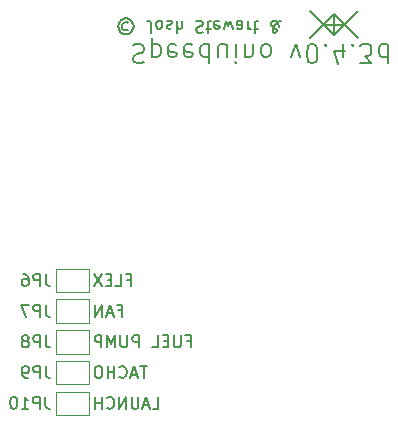
<source format=gbo>
G04 #@! TF.GenerationSoftware,KiCad,Pcbnew,7.0.9*
G04 #@! TF.CreationDate,2024-08-07T13:19:32-07:00*
G04 #@! TF.ProjectId,v0.4.3d,76302e34-2e33-4642-9e6b-696361645f70,4d*
G04 #@! TF.SameCoordinates,Original*
G04 #@! TF.FileFunction,Legend,Bot*
G04 #@! TF.FilePolarity,Positive*
%FSLAX46Y46*%
G04 Gerber Fmt 4.6, Leading zero omitted, Abs format (unit mm)*
G04 Created by KiCad (PCBNEW 7.0.9) date 2024-08-07 13:19:32*
%MOMM*%
%LPD*%
G01*
G04 APERTURE LIST*
%ADD10C,0.150000*%
%ADD11C,0.120000*%
G04 APERTURE END LIST*
D10*
X162152000Y-88646000D02*
X162152000Y-90246000D01*
X164152000Y-88392000D02*
X162152000Y-90392000D01*
X162152000Y-88646000D02*
X164152000Y-90646000D01*
X161352000Y-89574000D02*
X162952000Y-89574000D01*
X160152000Y-88392000D02*
X162152000Y-90392000D01*
X160152000Y-90646000D02*
X162152000Y-88646000D01*
X146317731Y-118454819D02*
X145746303Y-118454819D01*
X146032017Y-119454819D02*
X146032017Y-118454819D01*
X145460588Y-119169104D02*
X144984398Y-119169104D01*
X145555826Y-119454819D02*
X145222493Y-118454819D01*
X145222493Y-118454819D02*
X144889160Y-119454819D01*
X143984398Y-119359580D02*
X144032017Y-119407200D01*
X144032017Y-119407200D02*
X144174874Y-119454819D01*
X144174874Y-119454819D02*
X144270112Y-119454819D01*
X144270112Y-119454819D02*
X144412969Y-119407200D01*
X144412969Y-119407200D02*
X144508207Y-119311961D01*
X144508207Y-119311961D02*
X144555826Y-119216723D01*
X144555826Y-119216723D02*
X144603445Y-119026247D01*
X144603445Y-119026247D02*
X144603445Y-118883390D01*
X144603445Y-118883390D02*
X144555826Y-118692914D01*
X144555826Y-118692914D02*
X144508207Y-118597676D01*
X144508207Y-118597676D02*
X144412969Y-118502438D01*
X144412969Y-118502438D02*
X144270112Y-118454819D01*
X144270112Y-118454819D02*
X144174874Y-118454819D01*
X144174874Y-118454819D02*
X144032017Y-118502438D01*
X144032017Y-118502438D02*
X143984398Y-118550057D01*
X143555826Y-119454819D02*
X143555826Y-118454819D01*
X143555826Y-118931009D02*
X142984398Y-118931009D01*
X142984398Y-119454819D02*
X142984398Y-118454819D01*
X142317731Y-118454819D02*
X142127255Y-118454819D01*
X142127255Y-118454819D02*
X142032017Y-118502438D01*
X142032017Y-118502438D02*
X141936779Y-118597676D01*
X141936779Y-118597676D02*
X141889160Y-118788152D01*
X141889160Y-118788152D02*
X141889160Y-119121485D01*
X141889160Y-119121485D02*
X141936779Y-119311961D01*
X141936779Y-119311961D02*
X142032017Y-119407200D01*
X142032017Y-119407200D02*
X142127255Y-119454819D01*
X142127255Y-119454819D02*
X142317731Y-119454819D01*
X142317731Y-119454819D02*
X142412969Y-119407200D01*
X142412969Y-119407200D02*
X142508207Y-119311961D01*
X142508207Y-119311961D02*
X142555826Y-119121485D01*
X142555826Y-119121485D02*
X142555826Y-118788152D01*
X142555826Y-118788152D02*
X142508207Y-118597676D01*
X142508207Y-118597676D02*
X142412969Y-118502438D01*
X142412969Y-118502438D02*
X142317731Y-118454819D01*
X149698684Y-116331009D02*
X150032017Y-116331009D01*
X150032017Y-116854819D02*
X150032017Y-115854819D01*
X150032017Y-115854819D02*
X149555827Y-115854819D01*
X149174874Y-115854819D02*
X149174874Y-116664342D01*
X149174874Y-116664342D02*
X149127255Y-116759580D01*
X149127255Y-116759580D02*
X149079636Y-116807200D01*
X149079636Y-116807200D02*
X148984398Y-116854819D01*
X148984398Y-116854819D02*
X148793922Y-116854819D01*
X148793922Y-116854819D02*
X148698684Y-116807200D01*
X148698684Y-116807200D02*
X148651065Y-116759580D01*
X148651065Y-116759580D02*
X148603446Y-116664342D01*
X148603446Y-116664342D02*
X148603446Y-115854819D01*
X148127255Y-116331009D02*
X147793922Y-116331009D01*
X147651065Y-116854819D02*
X148127255Y-116854819D01*
X148127255Y-116854819D02*
X148127255Y-115854819D01*
X148127255Y-115854819D02*
X147651065Y-115854819D01*
X146746303Y-116854819D02*
X147222493Y-116854819D01*
X147222493Y-116854819D02*
X147222493Y-115854819D01*
X145651064Y-116854819D02*
X145651064Y-115854819D01*
X145651064Y-115854819D02*
X145270112Y-115854819D01*
X145270112Y-115854819D02*
X145174874Y-115902438D01*
X145174874Y-115902438D02*
X145127255Y-115950057D01*
X145127255Y-115950057D02*
X145079636Y-116045295D01*
X145079636Y-116045295D02*
X145079636Y-116188152D01*
X145079636Y-116188152D02*
X145127255Y-116283390D01*
X145127255Y-116283390D02*
X145174874Y-116331009D01*
X145174874Y-116331009D02*
X145270112Y-116378628D01*
X145270112Y-116378628D02*
X145651064Y-116378628D01*
X144651064Y-115854819D02*
X144651064Y-116664342D01*
X144651064Y-116664342D02*
X144603445Y-116759580D01*
X144603445Y-116759580D02*
X144555826Y-116807200D01*
X144555826Y-116807200D02*
X144460588Y-116854819D01*
X144460588Y-116854819D02*
X144270112Y-116854819D01*
X144270112Y-116854819D02*
X144174874Y-116807200D01*
X144174874Y-116807200D02*
X144127255Y-116759580D01*
X144127255Y-116759580D02*
X144079636Y-116664342D01*
X144079636Y-116664342D02*
X144079636Y-115854819D01*
X143603445Y-116854819D02*
X143603445Y-115854819D01*
X143603445Y-115854819D02*
X143270112Y-116569104D01*
X143270112Y-116569104D02*
X142936779Y-115854819D01*
X142936779Y-115854819D02*
X142936779Y-116854819D01*
X142460588Y-116854819D02*
X142460588Y-115854819D01*
X142460588Y-115854819D02*
X142079636Y-115854819D01*
X142079636Y-115854819D02*
X141984398Y-115902438D01*
X141984398Y-115902438D02*
X141936779Y-115950057D01*
X141936779Y-115950057D02*
X141889160Y-116045295D01*
X141889160Y-116045295D02*
X141889160Y-116188152D01*
X141889160Y-116188152D02*
X141936779Y-116283390D01*
X141936779Y-116283390D02*
X141984398Y-116331009D01*
X141984398Y-116331009D02*
X142079636Y-116378628D01*
X142079636Y-116378628D02*
X142460588Y-116378628D01*
X143889160Y-113731009D02*
X144222493Y-113731009D01*
X144222493Y-114254819D02*
X144222493Y-113254819D01*
X144222493Y-113254819D02*
X143746303Y-113254819D01*
X143412969Y-113969104D02*
X142936779Y-113969104D01*
X143508207Y-114254819D02*
X143174874Y-113254819D01*
X143174874Y-113254819D02*
X142841541Y-114254819D01*
X142508207Y-114254819D02*
X142508207Y-113254819D01*
X142508207Y-113254819D02*
X141936779Y-114254819D01*
X141936779Y-114254819D02*
X141936779Y-113254819D01*
X144651065Y-111131009D02*
X144984398Y-111131009D01*
X144984398Y-111654819D02*
X144984398Y-110654819D01*
X144984398Y-110654819D02*
X144508208Y-110654819D01*
X143651065Y-111654819D02*
X144127255Y-111654819D01*
X144127255Y-111654819D02*
X144127255Y-110654819D01*
X143317731Y-111131009D02*
X142984398Y-111131009D01*
X142841541Y-111654819D02*
X143317731Y-111654819D01*
X143317731Y-111654819D02*
X143317731Y-110654819D01*
X143317731Y-110654819D02*
X142841541Y-110654819D01*
X142508207Y-110654819D02*
X141841541Y-111654819D01*
X141841541Y-110654819D02*
X142508207Y-111654819D01*
X144725237Y-89969085D02*
X144629998Y-90016704D01*
X144629998Y-90016704D02*
X144439522Y-90016704D01*
X144439522Y-90016704D02*
X144344284Y-89969085D01*
X144344284Y-89969085D02*
X144249046Y-89873847D01*
X144249046Y-89873847D02*
X144201427Y-89778609D01*
X144201427Y-89778609D02*
X144201427Y-89588133D01*
X144201427Y-89588133D02*
X144249046Y-89492895D01*
X144249046Y-89492895D02*
X144344284Y-89397657D01*
X144344284Y-89397657D02*
X144439522Y-89350038D01*
X144439522Y-89350038D02*
X144629998Y-89350038D01*
X144629998Y-89350038D02*
X144725237Y-89397657D01*
X144534760Y-90350038D02*
X144296665Y-90302419D01*
X144296665Y-90302419D02*
X144058570Y-90159561D01*
X144058570Y-90159561D02*
X143915713Y-89921466D01*
X143915713Y-89921466D02*
X143868094Y-89683371D01*
X143868094Y-89683371D02*
X143915713Y-89445276D01*
X143915713Y-89445276D02*
X144058570Y-89207180D01*
X144058570Y-89207180D02*
X144296665Y-89064323D01*
X144296665Y-89064323D02*
X144534760Y-89016704D01*
X144534760Y-89016704D02*
X144772856Y-89064323D01*
X144772856Y-89064323D02*
X145010951Y-89207180D01*
X145010951Y-89207180D02*
X145153808Y-89445276D01*
X145153808Y-89445276D02*
X145201427Y-89683371D01*
X145201427Y-89683371D02*
X145153808Y-89921466D01*
X145153808Y-89921466D02*
X145010951Y-90159561D01*
X145010951Y-90159561D02*
X144772856Y-90302419D01*
X144772856Y-90302419D02*
X144534760Y-90350038D01*
X146677618Y-90207180D02*
X146677618Y-89492895D01*
X146677618Y-89492895D02*
X146629999Y-89350038D01*
X146629999Y-89350038D02*
X146534761Y-89254800D01*
X146534761Y-89254800D02*
X146391904Y-89207180D01*
X146391904Y-89207180D02*
X146296666Y-89207180D01*
X147296666Y-89207180D02*
X147201428Y-89254800D01*
X147201428Y-89254800D02*
X147153809Y-89302419D01*
X147153809Y-89302419D02*
X147106190Y-89397657D01*
X147106190Y-89397657D02*
X147106190Y-89683371D01*
X147106190Y-89683371D02*
X147153809Y-89778609D01*
X147153809Y-89778609D02*
X147201428Y-89826228D01*
X147201428Y-89826228D02*
X147296666Y-89873847D01*
X147296666Y-89873847D02*
X147439523Y-89873847D01*
X147439523Y-89873847D02*
X147534761Y-89826228D01*
X147534761Y-89826228D02*
X147582380Y-89778609D01*
X147582380Y-89778609D02*
X147629999Y-89683371D01*
X147629999Y-89683371D02*
X147629999Y-89397657D01*
X147629999Y-89397657D02*
X147582380Y-89302419D01*
X147582380Y-89302419D02*
X147534761Y-89254800D01*
X147534761Y-89254800D02*
X147439523Y-89207180D01*
X147439523Y-89207180D02*
X147296666Y-89207180D01*
X148010952Y-89254800D02*
X148106190Y-89207180D01*
X148106190Y-89207180D02*
X148296666Y-89207180D01*
X148296666Y-89207180D02*
X148391904Y-89254800D01*
X148391904Y-89254800D02*
X148439523Y-89350038D01*
X148439523Y-89350038D02*
X148439523Y-89397657D01*
X148439523Y-89397657D02*
X148391904Y-89492895D01*
X148391904Y-89492895D02*
X148296666Y-89540514D01*
X148296666Y-89540514D02*
X148153809Y-89540514D01*
X148153809Y-89540514D02*
X148058571Y-89588133D01*
X148058571Y-89588133D02*
X148010952Y-89683371D01*
X148010952Y-89683371D02*
X148010952Y-89730990D01*
X148010952Y-89730990D02*
X148058571Y-89826228D01*
X148058571Y-89826228D02*
X148153809Y-89873847D01*
X148153809Y-89873847D02*
X148296666Y-89873847D01*
X148296666Y-89873847D02*
X148391904Y-89826228D01*
X148868095Y-89207180D02*
X148868095Y-90207180D01*
X149296666Y-89207180D02*
X149296666Y-89730990D01*
X149296666Y-89730990D02*
X149249047Y-89826228D01*
X149249047Y-89826228D02*
X149153809Y-89873847D01*
X149153809Y-89873847D02*
X149010952Y-89873847D01*
X149010952Y-89873847D02*
X148915714Y-89826228D01*
X148915714Y-89826228D02*
X148868095Y-89778609D01*
X150487143Y-89254800D02*
X150630000Y-89207180D01*
X150630000Y-89207180D02*
X150868095Y-89207180D01*
X150868095Y-89207180D02*
X150963333Y-89254800D01*
X150963333Y-89254800D02*
X151010952Y-89302419D01*
X151010952Y-89302419D02*
X151058571Y-89397657D01*
X151058571Y-89397657D02*
X151058571Y-89492895D01*
X151058571Y-89492895D02*
X151010952Y-89588133D01*
X151010952Y-89588133D02*
X150963333Y-89635752D01*
X150963333Y-89635752D02*
X150868095Y-89683371D01*
X150868095Y-89683371D02*
X150677619Y-89730990D01*
X150677619Y-89730990D02*
X150582381Y-89778609D01*
X150582381Y-89778609D02*
X150534762Y-89826228D01*
X150534762Y-89826228D02*
X150487143Y-89921466D01*
X150487143Y-89921466D02*
X150487143Y-90016704D01*
X150487143Y-90016704D02*
X150534762Y-90111942D01*
X150534762Y-90111942D02*
X150582381Y-90159561D01*
X150582381Y-90159561D02*
X150677619Y-90207180D01*
X150677619Y-90207180D02*
X150915714Y-90207180D01*
X150915714Y-90207180D02*
X151058571Y-90159561D01*
X151344286Y-89873847D02*
X151725238Y-89873847D01*
X151487143Y-90207180D02*
X151487143Y-89350038D01*
X151487143Y-89350038D02*
X151534762Y-89254800D01*
X151534762Y-89254800D02*
X151630000Y-89207180D01*
X151630000Y-89207180D02*
X151725238Y-89207180D01*
X152439524Y-89254800D02*
X152344286Y-89207180D01*
X152344286Y-89207180D02*
X152153810Y-89207180D01*
X152153810Y-89207180D02*
X152058572Y-89254800D01*
X152058572Y-89254800D02*
X152010953Y-89350038D01*
X152010953Y-89350038D02*
X152010953Y-89730990D01*
X152010953Y-89730990D02*
X152058572Y-89826228D01*
X152058572Y-89826228D02*
X152153810Y-89873847D01*
X152153810Y-89873847D02*
X152344286Y-89873847D01*
X152344286Y-89873847D02*
X152439524Y-89826228D01*
X152439524Y-89826228D02*
X152487143Y-89730990D01*
X152487143Y-89730990D02*
X152487143Y-89635752D01*
X152487143Y-89635752D02*
X152010953Y-89540514D01*
X152820477Y-89873847D02*
X153010953Y-89207180D01*
X153010953Y-89207180D02*
X153201429Y-89683371D01*
X153201429Y-89683371D02*
X153391905Y-89207180D01*
X153391905Y-89207180D02*
X153582381Y-89873847D01*
X154391905Y-89207180D02*
X154391905Y-89730990D01*
X154391905Y-89730990D02*
X154344286Y-89826228D01*
X154344286Y-89826228D02*
X154249048Y-89873847D01*
X154249048Y-89873847D02*
X154058572Y-89873847D01*
X154058572Y-89873847D02*
X153963334Y-89826228D01*
X154391905Y-89254800D02*
X154296667Y-89207180D01*
X154296667Y-89207180D02*
X154058572Y-89207180D01*
X154058572Y-89207180D02*
X153963334Y-89254800D01*
X153963334Y-89254800D02*
X153915715Y-89350038D01*
X153915715Y-89350038D02*
X153915715Y-89445276D01*
X153915715Y-89445276D02*
X153963334Y-89540514D01*
X153963334Y-89540514D02*
X154058572Y-89588133D01*
X154058572Y-89588133D02*
X154296667Y-89588133D01*
X154296667Y-89588133D02*
X154391905Y-89635752D01*
X154868096Y-89207180D02*
X154868096Y-89873847D01*
X154868096Y-89683371D02*
X154915715Y-89778609D01*
X154915715Y-89778609D02*
X154963334Y-89826228D01*
X154963334Y-89826228D02*
X155058572Y-89873847D01*
X155058572Y-89873847D02*
X155153810Y-89873847D01*
X155344287Y-89873847D02*
X155725239Y-89873847D01*
X155487144Y-90207180D02*
X155487144Y-89350038D01*
X155487144Y-89350038D02*
X155534763Y-89254800D01*
X155534763Y-89254800D02*
X155630001Y-89207180D01*
X155630001Y-89207180D02*
X155725239Y-89207180D01*
X157630002Y-89207180D02*
X157582383Y-89207180D01*
X157582383Y-89207180D02*
X157487144Y-89254800D01*
X157487144Y-89254800D02*
X157344287Y-89397657D01*
X157344287Y-89397657D02*
X157106192Y-89683371D01*
X157106192Y-89683371D02*
X157010954Y-89826228D01*
X157010954Y-89826228D02*
X156963335Y-89969085D01*
X156963335Y-89969085D02*
X156963335Y-90064323D01*
X156963335Y-90064323D02*
X157010954Y-90159561D01*
X157010954Y-90159561D02*
X157106192Y-90207180D01*
X157106192Y-90207180D02*
X157153811Y-90207180D01*
X157153811Y-90207180D02*
X157249049Y-90159561D01*
X157249049Y-90159561D02*
X157296668Y-90064323D01*
X157296668Y-90064323D02*
X157296668Y-90016704D01*
X157296668Y-90016704D02*
X157249049Y-89921466D01*
X157249049Y-89921466D02*
X157201430Y-89873847D01*
X157201430Y-89873847D02*
X156915716Y-89683371D01*
X156915716Y-89683371D02*
X156868097Y-89635752D01*
X156868097Y-89635752D02*
X156820478Y-89540514D01*
X156820478Y-89540514D02*
X156820478Y-89397657D01*
X156820478Y-89397657D02*
X156868097Y-89302419D01*
X156868097Y-89302419D02*
X156915716Y-89254800D01*
X156915716Y-89254800D02*
X157010954Y-89207180D01*
X157010954Y-89207180D02*
X157153811Y-89207180D01*
X157153811Y-89207180D02*
X157249049Y-89254800D01*
X157249049Y-89254800D02*
X157296668Y-89302419D01*
X157296668Y-89302419D02*
X157439525Y-89492895D01*
X157439525Y-89492895D02*
X157487144Y-89635752D01*
X157487144Y-89635752D02*
X157487144Y-89730990D01*
X146793922Y-122054819D02*
X147270112Y-122054819D01*
X147270112Y-122054819D02*
X147270112Y-121054819D01*
X146508207Y-121769104D02*
X146032017Y-121769104D01*
X146603445Y-122054819D02*
X146270112Y-121054819D01*
X146270112Y-121054819D02*
X145936779Y-122054819D01*
X145603445Y-121054819D02*
X145603445Y-121864342D01*
X145603445Y-121864342D02*
X145555826Y-121959580D01*
X145555826Y-121959580D02*
X145508207Y-122007200D01*
X145508207Y-122007200D02*
X145412969Y-122054819D01*
X145412969Y-122054819D02*
X145222493Y-122054819D01*
X145222493Y-122054819D02*
X145127255Y-122007200D01*
X145127255Y-122007200D02*
X145079636Y-121959580D01*
X145079636Y-121959580D02*
X145032017Y-121864342D01*
X145032017Y-121864342D02*
X145032017Y-121054819D01*
X144555826Y-122054819D02*
X144555826Y-121054819D01*
X144555826Y-121054819D02*
X143984398Y-122054819D01*
X143984398Y-122054819D02*
X143984398Y-121054819D01*
X142936779Y-121959580D02*
X142984398Y-122007200D01*
X142984398Y-122007200D02*
X143127255Y-122054819D01*
X143127255Y-122054819D02*
X143222493Y-122054819D01*
X143222493Y-122054819D02*
X143365350Y-122007200D01*
X143365350Y-122007200D02*
X143460588Y-121911961D01*
X143460588Y-121911961D02*
X143508207Y-121816723D01*
X143508207Y-121816723D02*
X143555826Y-121626247D01*
X143555826Y-121626247D02*
X143555826Y-121483390D01*
X143555826Y-121483390D02*
X143508207Y-121292914D01*
X143508207Y-121292914D02*
X143460588Y-121197676D01*
X143460588Y-121197676D02*
X143365350Y-121102438D01*
X143365350Y-121102438D02*
X143222493Y-121054819D01*
X143222493Y-121054819D02*
X143127255Y-121054819D01*
X143127255Y-121054819D02*
X142984398Y-121102438D01*
X142984398Y-121102438D02*
X142936779Y-121150057D01*
X142508207Y-122054819D02*
X142508207Y-121054819D01*
X142508207Y-121531009D02*
X141936779Y-121531009D01*
X141936779Y-122054819D02*
X141936779Y-121054819D01*
X145136950Y-91291800D02*
X145365522Y-91215609D01*
X145365522Y-91215609D02*
X145746474Y-91215609D01*
X145746474Y-91215609D02*
X145898855Y-91291800D01*
X145898855Y-91291800D02*
X145975046Y-91367990D01*
X145975046Y-91367990D02*
X146051236Y-91520371D01*
X146051236Y-91520371D02*
X146051236Y-91672752D01*
X146051236Y-91672752D02*
X145975046Y-91825133D01*
X145975046Y-91825133D02*
X145898855Y-91901323D01*
X145898855Y-91901323D02*
X145746474Y-91977514D01*
X145746474Y-91977514D02*
X145441712Y-92053704D01*
X145441712Y-92053704D02*
X145289331Y-92129895D01*
X145289331Y-92129895D02*
X145213141Y-92206085D01*
X145213141Y-92206085D02*
X145136950Y-92358466D01*
X145136950Y-92358466D02*
X145136950Y-92510847D01*
X145136950Y-92510847D02*
X145213141Y-92663228D01*
X145213141Y-92663228D02*
X145289331Y-92739419D01*
X145289331Y-92739419D02*
X145441712Y-92815609D01*
X145441712Y-92815609D02*
X145822665Y-92815609D01*
X145822665Y-92815609D02*
X146051236Y-92739419D01*
X146736951Y-92282276D02*
X146736951Y-90682276D01*
X146736951Y-92206085D02*
X146889332Y-92282276D01*
X146889332Y-92282276D02*
X147194094Y-92282276D01*
X147194094Y-92282276D02*
X147346475Y-92206085D01*
X147346475Y-92206085D02*
X147422665Y-92129895D01*
X147422665Y-92129895D02*
X147498856Y-91977514D01*
X147498856Y-91977514D02*
X147498856Y-91520371D01*
X147498856Y-91520371D02*
X147422665Y-91367990D01*
X147422665Y-91367990D02*
X147346475Y-91291800D01*
X147346475Y-91291800D02*
X147194094Y-91215609D01*
X147194094Y-91215609D02*
X146889332Y-91215609D01*
X146889332Y-91215609D02*
X146736951Y-91291800D01*
X148794094Y-91291800D02*
X148641713Y-91215609D01*
X148641713Y-91215609D02*
X148336951Y-91215609D01*
X148336951Y-91215609D02*
X148184570Y-91291800D01*
X148184570Y-91291800D02*
X148108379Y-91444180D01*
X148108379Y-91444180D02*
X148108379Y-92053704D01*
X148108379Y-92053704D02*
X148184570Y-92206085D01*
X148184570Y-92206085D02*
X148336951Y-92282276D01*
X148336951Y-92282276D02*
X148641713Y-92282276D01*
X148641713Y-92282276D02*
X148794094Y-92206085D01*
X148794094Y-92206085D02*
X148870284Y-92053704D01*
X148870284Y-92053704D02*
X148870284Y-91901323D01*
X148870284Y-91901323D02*
X148108379Y-91748942D01*
X150165523Y-91291800D02*
X150013142Y-91215609D01*
X150013142Y-91215609D02*
X149708380Y-91215609D01*
X149708380Y-91215609D02*
X149555999Y-91291800D01*
X149555999Y-91291800D02*
X149479808Y-91444180D01*
X149479808Y-91444180D02*
X149479808Y-92053704D01*
X149479808Y-92053704D02*
X149555999Y-92206085D01*
X149555999Y-92206085D02*
X149708380Y-92282276D01*
X149708380Y-92282276D02*
X150013142Y-92282276D01*
X150013142Y-92282276D02*
X150165523Y-92206085D01*
X150165523Y-92206085D02*
X150241713Y-92053704D01*
X150241713Y-92053704D02*
X150241713Y-91901323D01*
X150241713Y-91901323D02*
X149479808Y-91748942D01*
X151613142Y-91215609D02*
X151613142Y-92815609D01*
X151613142Y-91291800D02*
X151460761Y-91215609D01*
X151460761Y-91215609D02*
X151155999Y-91215609D01*
X151155999Y-91215609D02*
X151003618Y-91291800D01*
X151003618Y-91291800D02*
X150927428Y-91367990D01*
X150927428Y-91367990D02*
X150851237Y-91520371D01*
X150851237Y-91520371D02*
X150851237Y-91977514D01*
X150851237Y-91977514D02*
X150927428Y-92129895D01*
X150927428Y-92129895D02*
X151003618Y-92206085D01*
X151003618Y-92206085D02*
X151155999Y-92282276D01*
X151155999Y-92282276D02*
X151460761Y-92282276D01*
X151460761Y-92282276D02*
X151613142Y-92206085D01*
X153060761Y-92282276D02*
X153060761Y-91215609D01*
X152375047Y-92282276D02*
X152375047Y-91444180D01*
X152375047Y-91444180D02*
X152451237Y-91291800D01*
X152451237Y-91291800D02*
X152603618Y-91215609D01*
X152603618Y-91215609D02*
X152832190Y-91215609D01*
X152832190Y-91215609D02*
X152984571Y-91291800D01*
X152984571Y-91291800D02*
X153060761Y-91367990D01*
X153822666Y-91215609D02*
X153822666Y-92282276D01*
X153822666Y-92815609D02*
X153746475Y-92739419D01*
X153746475Y-92739419D02*
X153822666Y-92663228D01*
X153822666Y-92663228D02*
X153898856Y-92739419D01*
X153898856Y-92739419D02*
X153822666Y-92815609D01*
X153822666Y-92815609D02*
X153822666Y-92663228D01*
X154584571Y-92282276D02*
X154584571Y-91215609D01*
X154584571Y-92129895D02*
X154660761Y-92206085D01*
X154660761Y-92206085D02*
X154813142Y-92282276D01*
X154813142Y-92282276D02*
X155041714Y-92282276D01*
X155041714Y-92282276D02*
X155194095Y-92206085D01*
X155194095Y-92206085D02*
X155270285Y-92053704D01*
X155270285Y-92053704D02*
X155270285Y-91215609D01*
X156260761Y-91215609D02*
X156108380Y-91291800D01*
X156108380Y-91291800D02*
X156032190Y-91367990D01*
X156032190Y-91367990D02*
X155955999Y-91520371D01*
X155955999Y-91520371D02*
X155955999Y-91977514D01*
X155955999Y-91977514D02*
X156032190Y-92129895D01*
X156032190Y-92129895D02*
X156108380Y-92206085D01*
X156108380Y-92206085D02*
X156260761Y-92282276D01*
X156260761Y-92282276D02*
X156489333Y-92282276D01*
X156489333Y-92282276D02*
X156641714Y-92206085D01*
X156641714Y-92206085D02*
X156717904Y-92129895D01*
X156717904Y-92129895D02*
X156794095Y-91977514D01*
X156794095Y-91977514D02*
X156794095Y-91520371D01*
X156794095Y-91520371D02*
X156717904Y-91367990D01*
X156717904Y-91367990D02*
X156641714Y-91291800D01*
X156641714Y-91291800D02*
X156489333Y-91215609D01*
X156489333Y-91215609D02*
X156260761Y-91215609D01*
X158546476Y-92282276D02*
X158927428Y-91215609D01*
X158927428Y-91215609D02*
X159308381Y-92282276D01*
X160222667Y-92815609D02*
X160375048Y-92815609D01*
X160375048Y-92815609D02*
X160527429Y-92739419D01*
X160527429Y-92739419D02*
X160603619Y-92663228D01*
X160603619Y-92663228D02*
X160679810Y-92510847D01*
X160679810Y-92510847D02*
X160756000Y-92206085D01*
X160756000Y-92206085D02*
X160756000Y-91825133D01*
X160756000Y-91825133D02*
X160679810Y-91520371D01*
X160679810Y-91520371D02*
X160603619Y-91367990D01*
X160603619Y-91367990D02*
X160527429Y-91291800D01*
X160527429Y-91291800D02*
X160375048Y-91215609D01*
X160375048Y-91215609D02*
X160222667Y-91215609D01*
X160222667Y-91215609D02*
X160070286Y-91291800D01*
X160070286Y-91291800D02*
X159994095Y-91367990D01*
X159994095Y-91367990D02*
X159917905Y-91520371D01*
X159917905Y-91520371D02*
X159841714Y-91825133D01*
X159841714Y-91825133D02*
X159841714Y-92206085D01*
X159841714Y-92206085D02*
X159917905Y-92510847D01*
X159917905Y-92510847D02*
X159994095Y-92663228D01*
X159994095Y-92663228D02*
X160070286Y-92739419D01*
X160070286Y-92739419D02*
X160222667Y-92815609D01*
X161441715Y-91367990D02*
X161517905Y-91291800D01*
X161517905Y-91291800D02*
X161441715Y-91215609D01*
X161441715Y-91215609D02*
X161365524Y-91291800D01*
X161365524Y-91291800D02*
X161441715Y-91367990D01*
X161441715Y-91367990D02*
X161441715Y-91215609D01*
X162889334Y-92282276D02*
X162889334Y-91215609D01*
X162508382Y-92891800D02*
X162127429Y-91748942D01*
X162127429Y-91748942D02*
X163117906Y-91748942D01*
X163727430Y-91367990D02*
X163803620Y-91291800D01*
X163803620Y-91291800D02*
X163727430Y-91215609D01*
X163727430Y-91215609D02*
X163651239Y-91291800D01*
X163651239Y-91291800D02*
X163727430Y-91367990D01*
X163727430Y-91367990D02*
X163727430Y-91215609D01*
X164336954Y-92815609D02*
X165327430Y-92815609D01*
X165327430Y-92815609D02*
X164794097Y-92206085D01*
X164794097Y-92206085D02*
X165022668Y-92206085D01*
X165022668Y-92206085D02*
X165175049Y-92129895D01*
X165175049Y-92129895D02*
X165251240Y-92053704D01*
X165251240Y-92053704D02*
X165327430Y-91901323D01*
X165327430Y-91901323D02*
X165327430Y-91520371D01*
X165327430Y-91520371D02*
X165251240Y-91367990D01*
X165251240Y-91367990D02*
X165175049Y-91291800D01*
X165175049Y-91291800D02*
X165022668Y-91215609D01*
X165022668Y-91215609D02*
X164565525Y-91215609D01*
X164565525Y-91215609D02*
X164413144Y-91291800D01*
X164413144Y-91291800D02*
X164336954Y-91367990D01*
X166698859Y-91215609D02*
X166698859Y-92815609D01*
X166698859Y-91291800D02*
X166546478Y-91215609D01*
X166546478Y-91215609D02*
X166241716Y-91215609D01*
X166241716Y-91215609D02*
X166089335Y-91291800D01*
X166089335Y-91291800D02*
X166013145Y-91367990D01*
X166013145Y-91367990D02*
X165936954Y-91520371D01*
X165936954Y-91520371D02*
X165936954Y-91977514D01*
X165936954Y-91977514D02*
X166013145Y-92129895D01*
X166013145Y-92129895D02*
X166089335Y-92206085D01*
X166089335Y-92206085D02*
X166241716Y-92282276D01*
X166241716Y-92282276D02*
X166546478Y-92282276D01*
X166546478Y-92282276D02*
X166698859Y-92206085D01*
X137733333Y-115854819D02*
X137733333Y-116569104D01*
X137733333Y-116569104D02*
X137780952Y-116711961D01*
X137780952Y-116711961D02*
X137876190Y-116807200D01*
X137876190Y-116807200D02*
X138019047Y-116854819D01*
X138019047Y-116854819D02*
X138114285Y-116854819D01*
X137257142Y-116854819D02*
X137257142Y-115854819D01*
X137257142Y-115854819D02*
X136876190Y-115854819D01*
X136876190Y-115854819D02*
X136780952Y-115902438D01*
X136780952Y-115902438D02*
X136733333Y-115950057D01*
X136733333Y-115950057D02*
X136685714Y-116045295D01*
X136685714Y-116045295D02*
X136685714Y-116188152D01*
X136685714Y-116188152D02*
X136733333Y-116283390D01*
X136733333Y-116283390D02*
X136780952Y-116331009D01*
X136780952Y-116331009D02*
X136876190Y-116378628D01*
X136876190Y-116378628D02*
X137257142Y-116378628D01*
X136114285Y-116283390D02*
X136209523Y-116235771D01*
X136209523Y-116235771D02*
X136257142Y-116188152D01*
X136257142Y-116188152D02*
X136304761Y-116092914D01*
X136304761Y-116092914D02*
X136304761Y-116045295D01*
X136304761Y-116045295D02*
X136257142Y-115950057D01*
X136257142Y-115950057D02*
X136209523Y-115902438D01*
X136209523Y-115902438D02*
X136114285Y-115854819D01*
X136114285Y-115854819D02*
X135923809Y-115854819D01*
X135923809Y-115854819D02*
X135828571Y-115902438D01*
X135828571Y-115902438D02*
X135780952Y-115950057D01*
X135780952Y-115950057D02*
X135733333Y-116045295D01*
X135733333Y-116045295D02*
X135733333Y-116092914D01*
X135733333Y-116092914D02*
X135780952Y-116188152D01*
X135780952Y-116188152D02*
X135828571Y-116235771D01*
X135828571Y-116235771D02*
X135923809Y-116283390D01*
X135923809Y-116283390D02*
X136114285Y-116283390D01*
X136114285Y-116283390D02*
X136209523Y-116331009D01*
X136209523Y-116331009D02*
X136257142Y-116378628D01*
X136257142Y-116378628D02*
X136304761Y-116473866D01*
X136304761Y-116473866D02*
X136304761Y-116664342D01*
X136304761Y-116664342D02*
X136257142Y-116759580D01*
X136257142Y-116759580D02*
X136209523Y-116807200D01*
X136209523Y-116807200D02*
X136114285Y-116854819D01*
X136114285Y-116854819D02*
X135923809Y-116854819D01*
X135923809Y-116854819D02*
X135828571Y-116807200D01*
X135828571Y-116807200D02*
X135780952Y-116759580D01*
X135780952Y-116759580D02*
X135733333Y-116664342D01*
X135733333Y-116664342D02*
X135733333Y-116473866D01*
X135733333Y-116473866D02*
X135780952Y-116378628D01*
X135780952Y-116378628D02*
X135828571Y-116331009D01*
X135828571Y-116331009D02*
X135923809Y-116283390D01*
X137733333Y-110654819D02*
X137733333Y-111369104D01*
X137733333Y-111369104D02*
X137780952Y-111511961D01*
X137780952Y-111511961D02*
X137876190Y-111607200D01*
X137876190Y-111607200D02*
X138019047Y-111654819D01*
X138019047Y-111654819D02*
X138114285Y-111654819D01*
X137257142Y-111654819D02*
X137257142Y-110654819D01*
X137257142Y-110654819D02*
X136876190Y-110654819D01*
X136876190Y-110654819D02*
X136780952Y-110702438D01*
X136780952Y-110702438D02*
X136733333Y-110750057D01*
X136733333Y-110750057D02*
X136685714Y-110845295D01*
X136685714Y-110845295D02*
X136685714Y-110988152D01*
X136685714Y-110988152D02*
X136733333Y-111083390D01*
X136733333Y-111083390D02*
X136780952Y-111131009D01*
X136780952Y-111131009D02*
X136876190Y-111178628D01*
X136876190Y-111178628D02*
X137257142Y-111178628D01*
X135828571Y-110654819D02*
X136019047Y-110654819D01*
X136019047Y-110654819D02*
X136114285Y-110702438D01*
X136114285Y-110702438D02*
X136161904Y-110750057D01*
X136161904Y-110750057D02*
X136257142Y-110892914D01*
X136257142Y-110892914D02*
X136304761Y-111083390D01*
X136304761Y-111083390D02*
X136304761Y-111464342D01*
X136304761Y-111464342D02*
X136257142Y-111559580D01*
X136257142Y-111559580D02*
X136209523Y-111607200D01*
X136209523Y-111607200D02*
X136114285Y-111654819D01*
X136114285Y-111654819D02*
X135923809Y-111654819D01*
X135923809Y-111654819D02*
X135828571Y-111607200D01*
X135828571Y-111607200D02*
X135780952Y-111559580D01*
X135780952Y-111559580D02*
X135733333Y-111464342D01*
X135733333Y-111464342D02*
X135733333Y-111226247D01*
X135733333Y-111226247D02*
X135780952Y-111131009D01*
X135780952Y-111131009D02*
X135828571Y-111083390D01*
X135828571Y-111083390D02*
X135923809Y-111035771D01*
X135923809Y-111035771D02*
X136114285Y-111035771D01*
X136114285Y-111035771D02*
X136209523Y-111083390D01*
X136209523Y-111083390D02*
X136257142Y-111131009D01*
X136257142Y-111131009D02*
X136304761Y-111226247D01*
X137733333Y-113254819D02*
X137733333Y-113969104D01*
X137733333Y-113969104D02*
X137780952Y-114111961D01*
X137780952Y-114111961D02*
X137876190Y-114207200D01*
X137876190Y-114207200D02*
X138019047Y-114254819D01*
X138019047Y-114254819D02*
X138114285Y-114254819D01*
X137257142Y-114254819D02*
X137257142Y-113254819D01*
X137257142Y-113254819D02*
X136876190Y-113254819D01*
X136876190Y-113254819D02*
X136780952Y-113302438D01*
X136780952Y-113302438D02*
X136733333Y-113350057D01*
X136733333Y-113350057D02*
X136685714Y-113445295D01*
X136685714Y-113445295D02*
X136685714Y-113588152D01*
X136685714Y-113588152D02*
X136733333Y-113683390D01*
X136733333Y-113683390D02*
X136780952Y-113731009D01*
X136780952Y-113731009D02*
X136876190Y-113778628D01*
X136876190Y-113778628D02*
X137257142Y-113778628D01*
X136352380Y-113254819D02*
X135685714Y-113254819D01*
X135685714Y-113254819D02*
X136114285Y-114254819D01*
X137733333Y-118454819D02*
X137733333Y-119169104D01*
X137733333Y-119169104D02*
X137780952Y-119311961D01*
X137780952Y-119311961D02*
X137876190Y-119407200D01*
X137876190Y-119407200D02*
X138019047Y-119454819D01*
X138019047Y-119454819D02*
X138114285Y-119454819D01*
X137257142Y-119454819D02*
X137257142Y-118454819D01*
X137257142Y-118454819D02*
X136876190Y-118454819D01*
X136876190Y-118454819D02*
X136780952Y-118502438D01*
X136780952Y-118502438D02*
X136733333Y-118550057D01*
X136733333Y-118550057D02*
X136685714Y-118645295D01*
X136685714Y-118645295D02*
X136685714Y-118788152D01*
X136685714Y-118788152D02*
X136733333Y-118883390D01*
X136733333Y-118883390D02*
X136780952Y-118931009D01*
X136780952Y-118931009D02*
X136876190Y-118978628D01*
X136876190Y-118978628D02*
X137257142Y-118978628D01*
X136209523Y-119454819D02*
X136019047Y-119454819D01*
X136019047Y-119454819D02*
X135923809Y-119407200D01*
X135923809Y-119407200D02*
X135876190Y-119359580D01*
X135876190Y-119359580D02*
X135780952Y-119216723D01*
X135780952Y-119216723D02*
X135733333Y-119026247D01*
X135733333Y-119026247D02*
X135733333Y-118645295D01*
X135733333Y-118645295D02*
X135780952Y-118550057D01*
X135780952Y-118550057D02*
X135828571Y-118502438D01*
X135828571Y-118502438D02*
X135923809Y-118454819D01*
X135923809Y-118454819D02*
X136114285Y-118454819D01*
X136114285Y-118454819D02*
X136209523Y-118502438D01*
X136209523Y-118502438D02*
X136257142Y-118550057D01*
X136257142Y-118550057D02*
X136304761Y-118645295D01*
X136304761Y-118645295D02*
X136304761Y-118883390D01*
X136304761Y-118883390D02*
X136257142Y-118978628D01*
X136257142Y-118978628D02*
X136209523Y-119026247D01*
X136209523Y-119026247D02*
X136114285Y-119073866D01*
X136114285Y-119073866D02*
X135923809Y-119073866D01*
X135923809Y-119073866D02*
X135828571Y-119026247D01*
X135828571Y-119026247D02*
X135780952Y-118978628D01*
X135780952Y-118978628D02*
X135733333Y-118883390D01*
X137709523Y-121054819D02*
X137709523Y-121769104D01*
X137709523Y-121769104D02*
X137757142Y-121911961D01*
X137757142Y-121911961D02*
X137852380Y-122007200D01*
X137852380Y-122007200D02*
X137995237Y-122054819D01*
X137995237Y-122054819D02*
X138090475Y-122054819D01*
X137233332Y-122054819D02*
X137233332Y-121054819D01*
X137233332Y-121054819D02*
X136852380Y-121054819D01*
X136852380Y-121054819D02*
X136757142Y-121102438D01*
X136757142Y-121102438D02*
X136709523Y-121150057D01*
X136709523Y-121150057D02*
X136661904Y-121245295D01*
X136661904Y-121245295D02*
X136661904Y-121388152D01*
X136661904Y-121388152D02*
X136709523Y-121483390D01*
X136709523Y-121483390D02*
X136757142Y-121531009D01*
X136757142Y-121531009D02*
X136852380Y-121578628D01*
X136852380Y-121578628D02*
X137233332Y-121578628D01*
X135709523Y-122054819D02*
X136280951Y-122054819D01*
X135995237Y-122054819D02*
X135995237Y-121054819D01*
X135995237Y-121054819D02*
X136090475Y-121197676D01*
X136090475Y-121197676D02*
X136185713Y-121292914D01*
X136185713Y-121292914D02*
X136280951Y-121340533D01*
X135090475Y-121054819D02*
X134995237Y-121054819D01*
X134995237Y-121054819D02*
X134899999Y-121102438D01*
X134899999Y-121102438D02*
X134852380Y-121150057D01*
X134852380Y-121150057D02*
X134804761Y-121245295D01*
X134804761Y-121245295D02*
X134757142Y-121435771D01*
X134757142Y-121435771D02*
X134757142Y-121673866D01*
X134757142Y-121673866D02*
X134804761Y-121864342D01*
X134804761Y-121864342D02*
X134852380Y-121959580D01*
X134852380Y-121959580D02*
X134899999Y-122007200D01*
X134899999Y-122007200D02*
X134995237Y-122054819D01*
X134995237Y-122054819D02*
X135090475Y-122054819D01*
X135090475Y-122054819D02*
X135185713Y-122007200D01*
X135185713Y-122007200D02*
X135233332Y-121959580D01*
X135233332Y-121959580D02*
X135280951Y-121864342D01*
X135280951Y-121864342D02*
X135328570Y-121673866D01*
X135328570Y-121673866D02*
X135328570Y-121435771D01*
X135328570Y-121435771D02*
X135280951Y-121245295D01*
X135280951Y-121245295D02*
X135233332Y-121150057D01*
X135233332Y-121150057D02*
X135185713Y-121102438D01*
X135185713Y-121102438D02*
X135090475Y-121054819D01*
D11*
X141400000Y-117400000D02*
X141400000Y-115400000D01*
X141400000Y-115400000D02*
X138600000Y-115400000D01*
X138600000Y-117400000D02*
X141400000Y-117400000D01*
X138600000Y-115400000D02*
X138600000Y-117400000D01*
X141400000Y-112200000D02*
X141400000Y-110200000D01*
X141400000Y-110200000D02*
X138600000Y-110200000D01*
X138600000Y-112200000D02*
X141400000Y-112200000D01*
X138600000Y-110200000D02*
X138600000Y-112200000D01*
X141400000Y-114800000D02*
X141400000Y-112800000D01*
X141400000Y-112800000D02*
X138600000Y-112800000D01*
X138600000Y-114800000D02*
X141400000Y-114800000D01*
X138600000Y-112800000D02*
X138600000Y-114800000D01*
X141400000Y-120000000D02*
X141400000Y-118000000D01*
X141400000Y-118000000D02*
X138600000Y-118000000D01*
X138600000Y-120000000D02*
X141400000Y-120000000D01*
X138600000Y-118000000D02*
X138600000Y-120000000D01*
X141400000Y-122600000D02*
X141400000Y-120600000D01*
X141400000Y-120600000D02*
X138600000Y-120600000D01*
X138600000Y-122600000D02*
X141400000Y-122600000D01*
X138600000Y-120600000D02*
X138600000Y-122600000D01*
M02*

</source>
